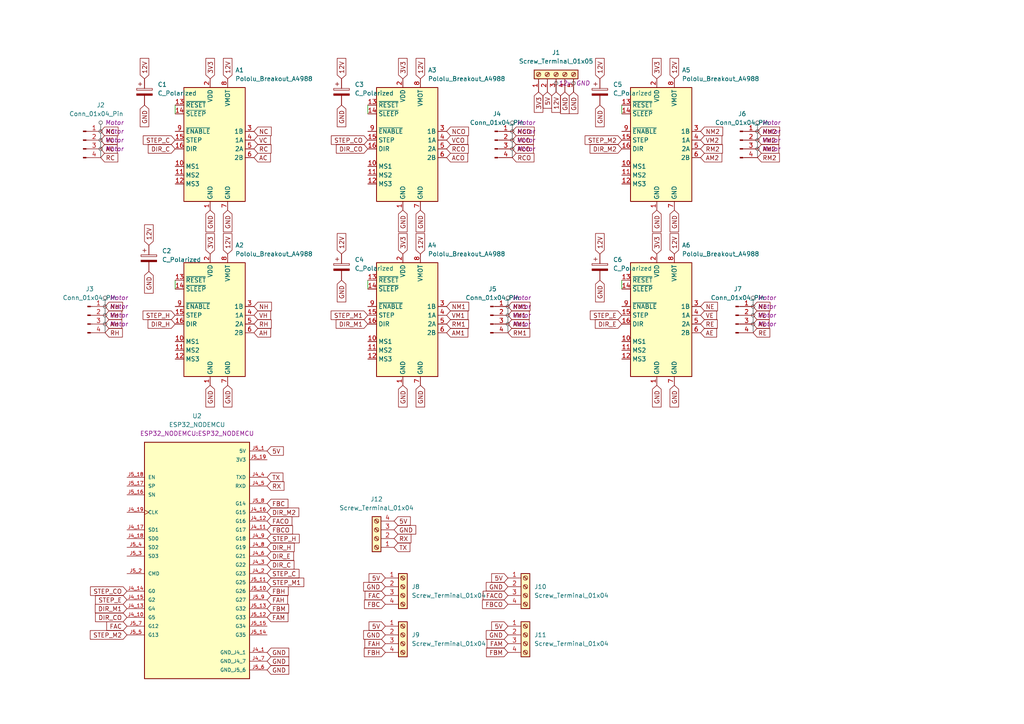
<source format=kicad_sch>
(kicad_sch (version 20230121) (generator eeschema)
  (paper "A4")
  (lib_symbols
    (symbol "Connector:Conn_01x04_Pin" (pin_names (offset 1.016) hide)
      (property "Reference" "J" (at 0 5.08 0))
      (property "Value" "Conn_01x04_Pin" (at 0 -7.62 0))
      (symbol "Conn_01x04_Pin_1_1"
        (polyline (pts (xy 1.27 -5.08) (xy 0.8636 -5.08)) (stroke (width 0.1524)))
        (polyline (pts (xy 1.27 -2.54) (xy 0.8636 -2.54)) (stroke (width 0.1524)))
        (polyline (pts (xy 1.27 0) (xy 0.8636 0)) (stroke (width 0.1524)))
        (polyline (pts (xy 1.27 2.54) (xy 0.8636 2.54)) (stroke (width 0.1524)))
        (rectangle (start 0.8636 -4.953) (end 0 -5.207) (stroke (width 0.1524)) (fill (type outline)))
        (rectangle (start 0.8636 -2.413) (end 0 -2.667) (stroke (width 0.1524)) (fill (type outline)))
        (rectangle (start 0.8636 0.127) (end 0 -0.127) (stroke (width 0.1524)) (fill (type outline)))
        (rectangle (start 0.8636 2.667) (end 0 2.413) (stroke (width 0.1524)) (fill (type outline)))
        (pin passive line (at 5.08 2.54 180) (length 3.81) (name "Pin_1") (number "1"))
        (pin passive line (at 5.08 0 180) (length 3.81) (name "Pin_2") (number "2"))
        (pin passive line (at 5.08 -2.54 180) (length 3.81) (name "Pin_3") (number "3"))
        (pin passive line (at 5.08 -5.08 180) (length 3.81) (name "Pin_4") (number "4"))
      )
    )
    (symbol "Connector:Screw_Terminal_01x04" (pin_names (offset 1.016) hide)
      (property "Reference" "J" (at 0 5.08 0))
      (property "Value" "Screw_Terminal_01x04" (at 0 -7.62 0))
      (symbol "Screw_Terminal_01x04_1_1"
        (rectangle (start -1.27 3.81) (end 1.27 -6.35) (stroke (width 0.254)) (fill (type background)))
        (circle (center 0 -5.08) (radius 0.635) (stroke (width 0.1524)))
        (circle (center 0 -2.54) (radius 0.635) (stroke (width 0.1524)))
        (polyline (pts (xy -0.5334 -4.7498) (xy 0.3302 -5.588)) (stroke (width 0.1524)))
        (polyline (pts (xy -0.5334 -2.2098) (xy 0.3302 -3.048)) (stroke (width 0.1524)))
        (polyline (pts (xy -0.5334 0.3302) (xy 0.3302 -0.508)) (stroke (width 0.1524)))
        (polyline (pts (xy -0.5334 2.8702) (xy 0.3302 2.032)) (stroke (width 0.1524)))
        (polyline (pts (xy -0.3556 -4.572) (xy 0.508 -5.4102)) (stroke (width 0.1524)))
        (polyline (pts (xy -0.3556 -2.032) (xy 0.508 -2.8702)) (stroke (width 0.1524)))
        (polyline (pts (xy -0.3556 0.508) (xy 0.508 -0.3302)) (stroke (width 0.1524)))
        (polyline (pts (xy -0.3556 3.048) (xy 0.508 2.2098)) (stroke (width 0.1524)))
        (circle (center 0 0) (radius 0.635) (stroke (width 0.1524)))
        (circle (center 0 2.54) (radius 0.635) (stroke (width 0.1524)))
        (pin passive line (at -5.08 2.54 0) (length 3.81) (name "Pin_1") (number "1"))
        (pin passive line (at -5.08 0 0) (length 3.81) (name "Pin_2") (number "2"))
        (pin passive line (at -5.08 -2.54 0) (length 3.81) (name "Pin_3") (number "3"))
        (pin passive line (at -5.08 -5.08 0) (length 3.81) (name "Pin_4") (number "4"))
      )
    )
    (symbol "Connector:Screw_Terminal_01x05" (pin_names (offset 1.016) hide)
      (property "Reference" "J" (at 0 7.62 0))
      (property "Value" "Screw_Terminal_01x05" (at 0 -7.62 0))
      (symbol "Screw_Terminal_01x05_1_1"
        (rectangle (start -1.27 6.35) (end 1.27 -6.35) (stroke (width 0.254)) (fill (type background)))
        (circle (center 0 -5.08) (radius 0.635) (stroke (width 0.1524)))
        (circle (center 0 -2.54) (radius 0.635) (stroke (width 0.1524)))
        (polyline (pts (xy -0.5334 -4.7498) (xy 0.3302 -5.588)) (stroke (width 0.1524)))
        (polyline (pts (xy -0.5334 -2.2098) (xy 0.3302 -3.048)) (stroke (width 0.1524)))
        (polyline (pts (xy -0.5334 0.3302) (xy 0.3302 -0.508)) (stroke (width 0.1524)))
        (polyline (pts (xy -0.5334 2.8702) (xy 0.3302 2.032)) (stroke (width 0.1524)))
        (polyline (pts (xy -0.5334 5.4102) (xy 0.3302 4.572)) (stroke (width 0.1524)))
        (polyline (pts (xy -0.3556 -4.572) (xy 0.508 -5.4102)) (stroke (width 0.1524)))
        (polyline (pts (xy -0.3556 -2.032) (xy 0.508 -2.8702)) (stroke (width 0.1524)))
        (polyline (pts (xy -0.3556 0.508) (xy 0.508 -0.3302)) (stroke (width 0.1524)))
        (polyline (pts (xy -0.3556 3.048) (xy 0.508 2.2098)) (stroke (width 0.1524)))
        (polyline (pts (xy -0.3556 5.588) (xy 0.508 4.7498)) (stroke (width 0.1524)))
        (circle (center 0 0) (radius 0.635) (stroke (width 0.1524)))
        (circle (center 0 2.54) (radius 0.635) (stroke (width 0.1524)))
        (circle (center 0 5.08) (radius 0.635) (stroke (width 0.1524)))
        (pin passive line (at -5.08 5.08 0) (length 3.81) (name "Pin_1") (number "1"))
        (pin passive line (at -5.08 2.54 0) (length 3.81) (name "Pin_2") (number "2"))
        (pin passive line (at -5.08 0 0) (length 3.81) (name "Pin_3") (number "3"))
        (pin passive line (at -5.08 -2.54 0) (length 3.81) (name "Pin_4") (number "4"))
        (pin passive line (at -5.08 -5.08 0) (length 3.81) (name "Pin_5") (number "5"))
      )
    )
    (symbol "Device:C_Polarized" (pin_numbers hide) (pin_names (offset 0.254))
      (property "Reference" "C" (at 0.635 2.54 0))
      (property "Value" "C_Polarized" (at 0.635 -2.54 0))
      (symbol "C_Polarized_0_1"
        (rectangle (start -2.286 0.508) (end 2.286 1.016))
        (polyline (pts (xy -1.778 2.286) (xy -0.762 2.286)))
        (polyline (pts (xy -1.27 2.794) (xy -1.27 1.778)))
        (rectangle (start 2.286 -0.508) (end -2.286 -1.016) (fill (type outline)))
      )
      (symbol "C_Polarized_1_1"
        (pin passive line (at 0 3.81 270) (length 2.794) (name "~") (number "1"))
        (pin passive line (at 0 -3.81 90) (length 2.794) (name "~") (number "2"))
      )
    )
    (symbol "Driver_Motor:Pololu_Breakout_A4988"
      (property "Reference" "A" (at -2.54 19.05 0))
      (property "Value" "Pololu_Breakout_A4988" (at -2.54 16.51 0))
      (symbol "Pololu_Breakout_A4988_0_1"
        (rectangle (start 10.16 -17.78) (end -7.62 15.24) (stroke (width 0.254)) (fill (type background)))
      )
      (symbol "Pololu_Breakout_A4988_1_1"
        (pin power_in line (at 0 -20.32 90) (length 2.54) (name "GND") (number "1"))
        (pin input line (at -10.16 -7.62 0) (length 2.54) (name "MS1") (number "10"))
        (pin input line (at -10.16 -10.16 0) (length 2.54) (name "MS2") (number "11"))
        (pin input line (at -10.16 -12.7 0) (length 2.54) (name "MS3") (number "12"))
        (pin input line (at -10.16 10.16 0) (length 2.54) (name "~{RESET}") (number "13"))
        (pin input line (at -10.16 7.62 0) (length 2.54) (name "~{SLEEP}") (number "14"))
        (pin input line (at -10.16 0 0) (length 2.54) (name "STEP") (number "15"))
        (pin input line (at -10.16 -2.54 0) (length 2.54) (name "DIR") (number "16"))
        (pin power_in line (at 0 17.78 270) (length 2.54) (name "VDD") (number "2"))
        (pin output line (at 12.7 2.54 180) (length 2.54) (name "1B") (number "3"))
        (pin output line (at 12.7 0 180) (length 2.54) (name "1A") (number "4"))
        (pin output line (at 12.7 -2.54 180) (length 2.54) (name "2A") (number "5"))
        (pin output line (at 12.7 -5.08 180) (length 2.54) (name "2B") (number "6"))
        (pin power_in line (at 5.08 -20.32 90) (length 2.54) (name "GND") (number "7"))
        (pin power_in line (at 5.08 17.78 270) (length 2.54) (name "VMOT") (number "8"))
        (pin input line (at -10.16 2.54 0) (length 2.54) (name "~{ENABLE}") (number "9"))
      )
    )
    (symbol "ESP32_NODEMCU_1" (pin_names (offset 1.016))
      (property "Reference" "U" (at -15.24 36.322 0))
      (property "Value" "ESP32_NODEMCU" (at -15.24 -35.56 0))
      (property "Footprint" "ESP32_NODEMCU:ESP32_NODEMCU" (at 0 0 0))
      (symbol "ESP32_NODEMCU_1_0_0"
        (rectangle (start -15.24 35.56) (end 15.24 -33.02) (stroke (width 0.254)) (fill (type background)))
        (pin power_in line (at 20.32 -25.4 180) (length 5.08) (name "GND_J4_1") (number "J4_1"))
        (pin bidirectional line (at -20.32 -15.24 0) (length 5.08) (name "G5") (number "J4_10"))
        (pin bidirectional line (at 20.32 10.16 180) (length 5.08) (name "G17") (number "J4_11"))
        (pin bidirectional line (at 20.32 12.7 180) (length 5.08) (name "G16") (number "J4_12"))
        (pin bidirectional line (at -20.32 -12.7 0) (length 5.08) (name "G4") (number "J4_13"))
        (pin bidirectional line (at -20.32 -7.62 0) (length 5.08) (name "G0") (number "J4_14"))
        (pin bidirectional line (at -20.32 -10.16 0) (length 5.08) (name "G2") (number "J4_15"))
        (pin bidirectional line (at 20.32 15.24 180) (length 5.08) (name "G15") (number "J4_16"))
        (pin bidirectional line (at -20.32 10.16 0) (length 5.08) (name "SD1") (number "J4_17"))
        (pin bidirectional line (at -20.32 7.62 0) (length 5.08) (name "SD0") (number "J4_18"))
        (pin input clock (at -20.32 15.24 0) (length 5.08) (name "CLK") (number "J4_19"))
        (pin bidirectional line (at 20.32 -2.54 180) (length 5.08) (name "G23") (number "J4_2"))
        (pin bidirectional line (at 20.32 0 180) (length 5.08) (name "G22") (number "J4_3"))
        (pin output line (at 20.32 25.4 180) (length 5.08) (name "TXD") (number "J4_4"))
        (pin input line (at 20.32 22.86 180) (length 5.08) (name "RXD") (number "J4_5"))
        (pin bidirectional line (at 20.32 2.54 180) (length 5.08) (name "G21") (number "J4_6"))
        (pin power_in line (at 20.32 -27.94 180) (length 5.08) (name "GND_J4_7") (number "J4_7"))
        (pin bidirectional line (at 20.32 5.08 180) (length 5.08) (name "G19") (number "J4_8"))
        (pin bidirectional line (at 20.32 7.62 180) (length 5.08) (name "G18") (number "J4_9"))
        (pin power_in line (at 20.32 33.02 180) (length 5.08) (name "5V") (number "J5_1"))
        (pin bidirectional line (at 20.32 -7.62 180) (length 5.08) (name "G26") (number "J5_10"))
        (pin bidirectional line (at 20.32 -5.08 180) (length 5.08) (name "G25") (number "J5_11"))
        (pin bidirectional line (at 20.32 -15.24 180) (length 5.08) (name "G33") (number "J5_12"))
        (pin bidirectional line (at 20.32 -12.7 180) (length 5.08) (name "G32") (number "J5_13"))
        (pin bidirectional line (at 20.32 -20.32 180) (length 5.08) (name "G35") (number "J5_14"))
        (pin bidirectional line (at 20.32 -17.78 180) (length 5.08) (name "G34") (number "J5_15"))
        (pin input line (at -20.32 20.32 0) (length 5.08) (name "SN") (number "J5_16"))
        (pin input line (at -20.32 22.86 0) (length 5.08) (name "SP") (number "J5_17"))
        (pin input line (at -20.32 25.4 0) (length 5.08) (name "EN") (number "J5_18"))
        (pin power_in line (at 20.32 30.48 180) (length 5.08) (name "3V3") (number "J5_19"))
        (pin bidirectional line (at -20.32 -2.54 0) (length 5.08) (name "CMD") (number "J5_2"))
        (pin bidirectional line (at -20.32 2.54 0) (length 5.08) (name "SD3") (number "J5_3"))
        (pin bidirectional line (at -20.32 5.08 0) (length 5.08) (name "SD2") (number "J5_4"))
        (pin bidirectional line (at -20.32 -20.32 0) (length 5.08) (name "G13") (number "J5_5"))
        (pin power_in line (at 20.32 -30.48 180) (length 5.08) (name "GND_J5_6") (number "J5_6"))
        (pin bidirectional line (at -20.32 -17.78 0) (length 5.08) (name "G12") (number "J5_7"))
        (pin bidirectional line (at 20.32 17.78 180) (length 5.08) (name "G14") (number "J5_8"))
        (pin bidirectional line (at 20.32 -10.16 180) (length 5.08) (name "G27") (number "J5_9"))
      )
    )
  )
  (wire (pts (xy 50.8 30.48) (xy 50.8 33.02)))
  (wire (pts (xy 180.34 30.48) (xy 180.34 33.02)))
  (wire (pts (xy 106.68 30.48) (xy 106.68 33.02)))
  (wire (pts (xy 180.34 81.28) (xy 180.34 83.82)))
  (wire (pts (xy 50.8 81.28) (xy 50.8 83.82)))
  (wire (pts (xy 106.68 81.28) (xy 106.68 83.82)))
  (global_label "DIR_CO" (shape input) (at 106.68 43.18 180) (property "Intersheetrefs" "${INTERSHEET_REFS}" (effects hide)))
  (global_label "12V" (shape input) (at 121.92 22.86 90) (property "Intersheetrefs" "${INTERSHEET_REFS}" (effects hide)))
  (global_label "FAC" (shape input) (at 36.83 181.61 180) (property "Intersheetrefs" "${INTERSHEET_REFS}" (effects hide)))
  (global_label "VH" (shape input) (at 30.48 91.44 0) (property "Intersheetrefs" "${INTERSHEET_REFS}" (effects hide)))
  (global_label "GND" (shape input) (at 147.32 170.18 180) (property "Intersheetrefs" "${INTERSHEET_REFS}" (effects hide)))
  (global_label "3V3" (shape input) (at 190.5 73.66 90) (property "Intersheetrefs" "${INTERSHEET_REFS}" (effects hide)))
  (global_label "NH" (shape input) (at 30.48 88.9 0) (property "Intersheetrefs" "${INTERSHEET_REFS}" (effects hide)))
  (global_label "DIR_C" (shape input) (at 77.47 163.83 0) (property "Intersheetrefs" "${INTERSHEET_REFS}" (effects hide)))
  (global_label "NM2" (shape input) (at 203.2 38.1 0) (property "Intersheetrefs" "${INTERSHEET_REFS}" (effects hide)))
  (global_label "5V" (shape input) (at 158.75 26.67 270) (property "Intersheetrefs" "${INTERSHEET_REFS}" (effects hide)))
  (global_label "NM1" (shape input) (at 129.54 88.9 0) (property "Intersheetrefs" "${INTERSHEET_REFS}" (effects hide)))
  (global_label "DIR_M2" (shape input) (at 180.34 43.18 180) (property "Intersheetrefs" "${INTERSHEET_REFS}" (effects hide)))
  (global_label "FBM" (shape input) (at 77.47 176.53 0) (property "Intersheetrefs" "${INTERSHEET_REFS}" (effects hide)))
  (global_label "VCO" (shape input) (at 148.59 40.64 0) (property "Intersheetrefs" "${INTERSHEET_REFS}" (effects hide)))
  (global_label "3V3" (shape input) (at 60.96 73.66 90) (property "Intersheetrefs" "${INTERSHEET_REFS}" (effects hide)))
  (global_label "3V3" (shape input) (at 156.21 26.67 270) (property "Intersheetrefs" "${INTERSHEET_REFS}" (effects hide)))
  (global_label "FAH" (shape input) (at 111.76 186.69 180) (property "Intersheetrefs" "${INTERSHEET_REFS}" (effects hide)))
  (global_label "12V" (shape input) (at 121.92 73.66 90) (property "Intersheetrefs" "${INTERSHEET_REFS}" (effects hide)))
  (global_label "12V" (shape input) (at 161.29 26.67 270) (property "Intersheetrefs" "${INTERSHEET_REFS}" (effects hide)))
  (global_label "FBCO" (shape input) (at 77.47 153.67 0) (property "Intersheetrefs" "${INTERSHEET_REFS}" (effects hide)))
  (global_label "GND" (shape input) (at 116.84 60.96 270) (property "Intersheetrefs" "${INTERSHEET_REFS}" (effects hide)))
  (global_label "NH" (shape input) (at 73.66 88.9 0) (property "Intersheetrefs" "${INTERSHEET_REFS}" (effects hide)))
  (global_label "RX" (shape input) (at 77.47 140.97 0) (property "Intersheetrefs" "${INTERSHEET_REFS}" (effects hide)))
  (global_label "5V" (shape input) (at 77.47 130.81 0) (property "Intersheetrefs" "${INTERSHEET_REFS}" (effects hide)))
  (global_label "GND" (shape input) (at 77.47 189.23 0) (property "Intersheetrefs" "${INTERSHEET_REFS}" (effects hide)))
  (global_label "12V" (shape input) (at 66.04 73.66 90) (property "Intersheetrefs" "${INTERSHEET_REFS}" (effects hide)))
  (global_label "STEP_CO" (shape input) (at 106.68 40.64 180) (property "Intersheetrefs" "${INTERSHEET_REFS}" (effects hide)))
  (global_label "STEP_M1" (shape input) (at 77.47 168.91 0) (property "Intersheetrefs" "${INTERSHEET_REFS}" (effects hide)))
  (global_label "VC" (shape input) (at 73.66 40.64 0) (property "Intersheetrefs" "${INTERSHEET_REFS}" (effects hide)))
  (global_label "FACO" (shape input) (at 147.32 172.72 180) (property "Intersheetrefs" "${INTERSHEET_REFS}" (effects hide)))
  (global_label "GND" (shape input) (at 121.92 60.96 270) (property "Intersheetrefs" "${INTERSHEET_REFS}" (effects hide)))
  (global_label "VCO" (shape input) (at 129.54 40.64 0) (property "Intersheetrefs" "${INTERSHEET_REFS}" (effects hide)))
  (global_label "12V" (shape input) (at 99.06 73.66 90) (property "Intersheetrefs" "${INTERSHEET_REFS}" (effects hide)))
  (global_label "STEP_M1" (shape input) (at 106.68 91.44 180) (property "Intersheetrefs" "${INTERSHEET_REFS}" (effects hide)))
  (global_label "AH" (shape input) (at 30.48 93.98 0) (property "Intersheetrefs" "${INTERSHEET_REFS}" (effects hide)))
  (global_label "RCO" (shape input) (at 129.54 43.18 0) (property "Intersheetrefs" "${INTERSHEET_REFS}" (effects hide)))
  (global_label "GND" (shape input) (at 60.96 111.76 270) (property "Intersheetrefs" "${INTERSHEET_REFS}" (effects hide)))
  (global_label "3V3" (shape input) (at 190.5 22.86 90) (property "Intersheetrefs" "${INTERSHEET_REFS}" (effects hide)))
  (global_label "GND" (shape input) (at 121.92 111.76 270) (property "Intersheetrefs" "${INTERSHEET_REFS}" (effects hide)))
  (global_label "FBCO" (shape input) (at 147.32 175.26 180) (property "Intersheetrefs" "${INTERSHEET_REFS}" (effects hide)))
  (global_label "12V" (shape input) (at 99.06 22.86 90) (property "Intersheetrefs" "${INTERSHEET_REFS}" (effects hide)))
  (global_label "STEP_E" (shape input) (at 180.34 91.44 180) (property "Intersheetrefs" "${INTERSHEET_REFS}" (effects hide)))
  (global_label "VH" (shape input) (at 73.66 91.44 0) (property "Intersheetrefs" "${INTERSHEET_REFS}" (effects hide)))
  (global_label "FACO" (shape input) (at 77.47 151.13 0) (property "Intersheetrefs" "${INTERSHEET_REFS}" (effects hide)))
  (global_label "GND" (shape input) (at 77.47 191.77 0) (property "Intersheetrefs" "${INTERSHEET_REFS}" (effects hide)))
  (global_label "GND" (shape input) (at 163.83 26.67 270) (property "Intersheetrefs" "${INTERSHEET_REFS}" (effects hide)))
  (global_label "FBC" (shape input) (at 77.47 146.05 0) (property "Intersheetrefs" "${INTERSHEET_REFS}" (effects hide)))
  (global_label "3V3" (shape input) (at 60.96 22.86 90) (property "Intersheetrefs" "${INTERSHEET_REFS}" (effects hide)))
  (global_label "12V" (shape input) (at 43.18 71.12 90) (property "Intersheetrefs" "${INTERSHEET_REFS}" (effects hide)))
  (global_label "GND" (shape input) (at 66.04 60.96 270) (property "Intersheetrefs" "${INTERSHEET_REFS}" (effects hide)))
  (global_label "NM1" (shape input) (at 147.32 88.9 0) (property "Intersheetrefs" "${INTERSHEET_REFS}" (effects hide)))
  (global_label "GND" (shape input) (at 41.91 30.48 270) (property "Intersheetrefs" "${INTERSHEET_REFS}" (effects hide)))
  (global_label "STEP_H" (shape input) (at 50.8 91.44 180) (property "Intersheetrefs" "${INTERSHEET_REFS}" (effects hide)))
  (global_label "DIR_E" (shape input) (at 180.34 93.98 180) (property "Intersheetrefs" "${INTERSHEET_REFS}" (effects hide)))
  (global_label "VM2" (shape input) (at 203.2 40.64 0) (property "Intersheetrefs" "${INTERSHEET_REFS}" (effects hide)))
  (global_label "AC" (shape input) (at 73.66 45.72 0) (property "Intersheetrefs" "${INTERSHEET_REFS}" (effects hide)))
  (global_label "TX" (shape input) (at 77.47 138.43 0) (property "Intersheetrefs" "${INTERSHEET_REFS}" (effects hide)))
  (global_label "NC" (shape input) (at 73.66 38.1 0) (property "Intersheetrefs" "${INTERSHEET_REFS}" (effects hide)))
  (global_label "5V" (shape input) (at 147.32 181.61 180) (property "Intersheetrefs" "${INTERSHEET_REFS}" (effects hide)))
  (global_label "3V3" (shape input) (at 116.84 22.86 90) (property "Intersheetrefs" "${INTERSHEET_REFS}" (effects hide)))
  (global_label "RE" (shape input) (at 203.2 93.98 0) (property "Intersheetrefs" "${INTERSHEET_REFS}" (effects hide)))
  (global_label "VM1" (shape input) (at 129.54 91.44 0) (property "Intersheetrefs" "${INTERSHEET_REFS}" (effects hide)))
  (global_label "12V" (shape input) (at 41.91 22.86 90) (property "Intersheetrefs" "${INTERSHEET_REFS}" (effects hide)))
  (global_label "DIR_H" (shape input) (at 77.47 158.75 0) (property "Intersheetrefs" "${INTERSHEET_REFS}" (effects hide)))
  (global_label "12V" (shape input) (at 173.99 22.86 90) (property "Intersheetrefs" "${INTERSHEET_REFS}" (effects hide)))
  (global_label "GND" (shape input) (at 166.37 26.67 270) (property "Intersheetrefs" "${INTERSHEET_REFS}" (effects hide)))
  (global_label "12V" (shape input) (at 195.58 73.66 90) (property "Intersheetrefs" "${INTERSHEET_REFS}" (effects hide)))
  (global_label "AM1" (shape input) (at 129.54 96.52 0) (property "Intersheetrefs" "${INTERSHEET_REFS}" (effects hide)))
  (global_label "VM1" (shape input) (at 147.32 91.44 0) (property "Intersheetrefs" "${INTERSHEET_REFS}" (effects hide)))
  (global_label "RC" (shape input) (at 73.66 43.18 0) (property "Intersheetrefs" "${INTERSHEET_REFS}" (effects hide)))
  (global_label "STEP_H" (shape input) (at 77.47 156.21 0) (property "Intersheetrefs" "${INTERSHEET_REFS}" (effects hide)))
  (global_label "RCO" (shape input) (at 148.59 45.72 0) (property "Intersheetrefs" "${INTERSHEET_REFS}" (effects hide)))
  (global_label "GND" (shape input) (at 99.06 30.48 270) (property "Intersheetrefs" "${INTERSHEET_REFS}" (effects hide)))
  (global_label "VE" (shape input) (at 203.2 91.44 0) (property "Intersheetrefs" "${INTERSHEET_REFS}" (effects hide)))
  (global_label "GND" (shape input) (at 190.5 60.96 270) (property "Intersheetrefs" "${INTERSHEET_REFS}" (effects hide)))
  (global_label "ACO" (shape input) (at 148.59 43.18 0) (property "Intersheetrefs" "${INTERSHEET_REFS}" (effects hide)))
  (global_label "NM2" (shape input) (at 219.71 38.1 0) (property "Intersheetrefs" "${INTERSHEET_REFS}" (effects hide)))
  (global_label "NCO" (shape input) (at 129.54 38.1 0) (property "Intersheetrefs" "${INTERSHEET_REFS}" (effects hide)))
  (global_label "NE" (shape input) (at 203.2 88.9 0) (property "Intersheetrefs" "${INTERSHEET_REFS}" (effects hide)))
  (global_label "GND" (shape input) (at 195.58 111.76 270) (property "Intersheetrefs" "${INTERSHEET_REFS}" (effects hide)))
  (global_label "STEP_M2" (shape input) (at 180.34 40.64 180) (property "Intersheetrefs" "${INTERSHEET_REFS}" (effects hide)))
  (global_label "AM2" (shape input) (at 219.71 43.18 0) (property "Intersheetrefs" "${INTERSHEET_REFS}" (effects hide)))
  (global_label "DIR_M1" (shape input) (at 36.83 176.53 180) (property "Intersheetrefs" "${INTERSHEET_REFS}" (effects hide)))
  (global_label "5V" (shape input) (at 111.76 181.61 180) (property "Intersheetrefs" "${INTERSHEET_REFS}" (effects hide)))
  (global_label "FAM" (shape input) (at 147.32 186.69 180) (property "Intersheetrefs" "${INTERSHEET_REFS}" (effects hide)))
  (global_label "VM2" (shape input) (at 219.71 40.64 0) (property "Intersheetrefs" "${INTERSHEET_REFS}" (effects hide)))
  (global_label "AH" (shape input) (at 73.66 96.52 0) (property "Intersheetrefs" "${INTERSHEET_REFS}" (effects hide)))
  (global_label "STEP_E" (shape input) (at 36.83 173.99 180) (property "Intersheetrefs" "${INTERSHEET_REFS}" (effects hide)))
  (global_label "RM1" (shape input) (at 147.32 96.52 0) (property "Intersheetrefs" "${INTERSHEET_REFS}" (effects hide)))
  (global_label "GND" (shape input) (at 111.76 170.18 180) (property "Intersheetrefs" "${INTERSHEET_REFS}" (effects hide)))
  (global_label "GND" (shape input) (at 111.76 184.15 180) (property "Intersheetrefs" "${INTERSHEET_REFS}" (effects hide)))
  (global_label "RM1" (shape input) (at 129.54 93.98 0) (property "Intersheetrefs" "${INTERSHEET_REFS}" (effects hide)))
  (global_label "12V" (shape input) (at 195.58 22.86 90) (property "Intersheetrefs" "${INTERSHEET_REFS}" (effects hide)))
  (global_label "STEP_M2" (shape input) (at 36.83 184.15 180) (property "Intersheetrefs" "${INTERSHEET_REFS}" (effects hide)))
  (global_label "DIR_H" (shape input) (at 50.8 93.98 180) (property "Intersheetrefs" "${INTERSHEET_REFS}" (effects hide)))
  (global_label "AM1" (shape input) (at 147.32 93.98 0) (property "Intersheetrefs" "${INTERSHEET_REFS}" (effects hide)))
  (global_label "STEP_CO" (shape input) (at 36.83 171.45 180) (property "Intersheetrefs" "${INTERSHEET_REFS}" (effects hide)))
  (global_label "NCO" (shape input) (at 148.59 38.1 0) (property "Intersheetrefs" "${INTERSHEET_REFS}" (effects hide)))
  (global_label "GND" (shape input) (at 195.58 60.96 270) (property "Intersheetrefs" "${INTERSHEET_REFS}" (effects hide)))
  (global_label "NC" (shape input) (at 29.21 38.1 0) (property "Intersheetrefs" "${INTERSHEET_REFS}" (effects hide)))
  (global_label "FBH" (shape input) (at 111.76 189.23 180) (property "Intersheetrefs" "${INTERSHEET_REFS}" (effects hide)))
  (global_label "RH" (shape input) (at 73.66 93.98 0) (property "Intersheetrefs" "${INTERSHEET_REFS}" (effects hide)))
  (global_label "RE" (shape input) (at 218.44 96.52 0) (property "Intersheetrefs" "${INTERSHEET_REFS}" (effects hide)))
  (global_label "DIR_E" (shape input) (at 77.47 161.29 0) (property "Intersheetrefs" "${INTERSHEET_REFS}" (effects hide)))
  (global_label "RM2" (shape input) (at 203.2 43.18 0) (property "Intersheetrefs" "${INTERSHEET_REFS}" (effects hide)))
  (global_label "GND" (shape input) (at 66.04 111.76 270) (property "Intersheetrefs" "${INTERSHEET_REFS}" (effects hide)))
  (global_label "12V" (shape input) (at 66.04 22.86 90) (property "Intersheetrefs" "${INTERSHEET_REFS}" (effects hide)))
  (global_label "12V" (shape input) (at 173.99 73.66 90) (property "Intersheetrefs" "${INTERSHEET_REFS}" (effects hide)))
  (global_label "RX" (shape input) (at 114.3 156.21 0) (property "Intersheetrefs" "${INTERSHEET_REFS}" (effects hide)))
  (global_label "AE" (shape input) (at 203.2 96.52 0) (property "Intersheetrefs" "${INTERSHEET_REFS}" (effects hide)))
  (global_label "AM2" (shape input) (at 203.2 45.72 0) (property "Intersheetrefs" "${INTERSHEET_REFS}" (effects hide)))
  (global_label "RH" (shape input) (at 30.48 96.52 0) (property "Intersheetrefs" "${INTERSHEET_REFS}" (effects hide)))
  (global_label "DIR_M2" (shape input) (at 77.47 148.59 0) (property "Intersheetrefs" "${INTERSHEET_REFS}" (effects hide)))
  (global_label "GND" (shape input) (at 77.47 194.31 0) (property "Intersheetrefs" "${INTERSHEET_REFS}" (effects hide)))
  (global_label "FBC" (shape input) (at 111.76 175.26 180) (property "Intersheetrefs" "${INTERSHEET_REFS}" (effects hide)))
  (global_label "STEP_C" (shape input) (at 50.8 40.64 180) (property "Intersheetrefs" "${INTERSHEET_REFS}" (effects hide)))
  (global_label "AE" (shape input) (at 218.44 93.98 0) (property "Intersheetrefs" "${INTERSHEET_REFS}" (effects hide)))
  (global_label "FAH" (shape input) (at 77.47 173.99 0) (property "Intersheetrefs" "${INTERSHEET_REFS}" (effects hide)))
  (global_label "GND" (shape input) (at 173.99 81.28 270) (property "Intersheetrefs" "${INTERSHEET_REFS}" (effects hide)))
  (global_label "5V" (shape input) (at 111.76 167.64 180) (property "Intersheetrefs" "${INTERSHEET_REFS}" (effects hide)))
  (global_label "3V3" (shape input) (at 116.84 73.66 90) (property "Intersheetrefs" "${INTERSHEET_REFS}" (effects hide)))
  (global_label "GND" (shape input) (at 190.5 111.76 270) (property "Intersheetrefs" "${INTERSHEET_REFS}" (effects hide)))
  (global_label "DIR_CO" (shape input) (at 36.83 179.07 180) (property "Intersheetrefs" "${INTERSHEET_REFS}" (effects hide)))
  (global_label "VC" (shape input) (at 29.21 40.64 0) (property "Intersheetrefs" "${INTERSHEET_REFS}" (effects hide)))
  (global_label "AC" (shape input) (at 29.21 43.18 0) (property "Intersheetrefs" "${INTERSHEET_REFS}" (effects hide)))
  (global_label "ACO" (shape input) (at 129.54 45.72 0) (property "Intersheetrefs" "${INTERSHEET_REFS}" (effects hide)))
  (global_label "FBM" (shape input) (at 147.32 189.23 180) (property "Intersheetrefs" "${INTERSHEET_REFS}" (effects hide)))
  (global_label "NE" (shape input) (at 218.44 88.9 0) (property "Intersheetrefs" "${INTERSHEET_REFS}" (effects hide)))
  (global_label "GND" (shape input) (at 60.96 60.96 270) (property "Intersheetrefs" "${INTERSHEET_REFS}" (effects hide)))
  (global_label "RM2" (shape input) (at 219.71 45.72 0) (property "Intersheetrefs" "${INTERSHEET_REFS}" (effects hide)))
  (global_label "FBH" (shape input) (at 77.47 171.45 0) (property "Intersheetrefs" "${INTERSHEET_REFS}" (effects hide)))
  (global_label "STEP_C" (shape input) (at 77.47 166.37 0) (property "Intersheetrefs" "${INTERSHEET_REFS}" (effects hide)))
  (global_label "GND" (shape input) (at 173.99 30.48 270) (property "Intersheetrefs" "${INTERSHEET_REFS}" (effects hide)))
  (global_label "TX" (shape input) (at 114.3 158.75 0) (property "Intersheetrefs" "${INTERSHEET_REFS}" (effects hide)))
  (global_label "FAM" (shape input) (at 77.47 179.07 0) (property "Intersheetrefs" "${INTERSHEET_REFS}" (effects hide)))
  (global_label "DIR_M1" (shape input) (at 106.68 93.98 180) (property "Intersheetrefs" "${INTERSHEET_REFS}" (effects hide)))
  (global_label "DIR_C" (shape input) (at 50.8 43.18 180) (property "Intersheetrefs" "${INTERSHEET_REFS}" (effects hide)))
  (global_label "VE" (shape input) (at 218.44 91.44 0) (property "Intersheetrefs" "${INTERSHEET_REFS}" (effects hide)))
  (global_label "GND" (shape input) (at 116.84 111.76 270) (property "Intersheetrefs" "${INTERSHEET_REFS}" (effects hide)))
  (global_label "5V" (shape input) (at 147.32 167.64 180) (property "Intersheetrefs" "${INTERSHEET_REFS}" (effects hide)))
  (global_label "GND" (shape input) (at 99.06 81.28 270) (property "Intersheetrefs" "${INTERSHEET_REFS}" (effects hide)))
  (global_label "GND" (shape input) (at 147.32 184.15 180) (property "Intersheetrefs" "${INTERSHEET_REFS}" (effects hide)))
  (global_label "FAC" (shape input) (at 111.76 172.72 180) (property "Intersheetrefs" "${INTERSHEET_REFS}" (effects hide)))
  (global_label "5V" (shape input) (at 114.3 151.13 0) (property "Intersheetrefs" "${INTERSHEET_REFS}" (effects hide)))
  (global_label "RC" (shape input) (at 29.21 45.72 0) (property "Intersheetrefs" "${INTERSHEET_REFS}" (effects hide)))
  (global_label "GND" (shape input) (at 43.18 78.74 270) (property "Intersheetrefs" "${INTERSHEET_REFS}" (effects hide)))
  (global_label "GND" (shape input) (at 114.3 153.67 0) (property "Intersheetrefs" "${INTERSHEET_REFS}" (effects hide)))
  (netclass_flag "" (length 2.54) (shape round) (at 219.71 40.64 0) (property "Netclass" "Motor" (at 220.98 38.1 0) (effects (font italic) (justify left))))
  (netclass_flag "" (length 2.54) (shape round) (at 148.59 45.72 0) (property "Netclass" "Motor" (at 149.86 43.18 0) (effects (font italic) (justify left))))
  (netclass_flag "" (length 2.54) (shape round) (at 29.21 40.64 0) (property "Netclass" "Motor" (at 30.48 38.1 0) (effects (font italic) (justify left))))
  (netclass_flag "" (length 2.54) (shape round) (at 30.48 93.98 0) (property "Netclass" "Motor" (at 31.75 91.44 0) (effects (font italic) (justify left))))
  (netclass_flag "" (length 2.54) (shape round) (at 219.71 38.1 0) (property "Netclass" "Motor" (at 220.98 35.56 0) (effects (font italic) (justify left))))
  (netclass_flag "" (length 2.54) (shape round) (at 29.21 38.1 0) (property "Netclass" "Motor" (at 30.48 35.56 0) (effects (font italic) (justify left))))
  (netclass_flag "" (length 2.54) (shape round) (at 218.44 91.44 0) (property "Netclass" "Motor" (at 219.71 88.9 0) (effects (font italic) (justify left))))
  (netclass_flag "" (length 2.54) (shape round) (at 148.59 38.1 0) (property "Netclass" "Motor" (at 149.86 35.56 0) (effects (font italic) (justify left))))
  (netclass_flag "" (length 2.54) (shape round) (at 218.44 88.9 0) (property "Netclass" "Motor" (at 219.71 86.36 0) (effects (font italic) (justify left))))
  (netclass_flag "" (length 2.54) (shape round) (at 30.48 88.9 0) (property "Netclass" "Motor" (at 31.75 86.36 0) (effects (font italic) (justify left))))
  (netclass_flag "" (length 2.54) (shape round) (at 30.48 96.52 0) (property "Netclass" "Motor" (at 31.75 93.98 0) (effects (font italic) (justify left))))
  (netclass_flag "" (length 2.54) (shape round) (at 219.71 45.72 0) (property "Netclass" "Motor" (at 220.98 43.18 0) (effects (font italic) (justify left))))
  (netclass_flag "" (length 2.54) (shape round) (at 219.71 43.18 0) (property "Netclass" "Motor" (at 220.98 40.64 0) (effects (font italic) (justify left))))
  (netclass_flag "" (length 2.54) (shape round) (at 161.29 26.67 0) (property "Netclass" "12v" (at 161.9885 24.13 0) (effects (font italic) (justify left))))
  (netclass_flag "" (length 2.54) (shape round) (at 147.32 96.52 0) (property "Netclass" "Motor" (at 148.59 93.98 0) (effects (font italic) (justify left))))
  (netclass_flag "" (length 2.54) (shape round) (at 147.32 93.98 0) (property "Netclass" "Motor" (at 148.59 91.44 0) (effects (font italic) (justify left))))
  (netclass_flag "" (length 2.54) (shape round) (at 148.59 43.18 0) (property "Netclass" "Motor" (at 149.86 40.64 0) (effects (font italic) (justify left))))
  (netclass_flag "" (length 2.54) (shape round) (at 166.37 26.67 0) (property "Netclass" "GND" (at 167.0685 24.13 0) (effects (font italic) (justify left))))
  (netclass_flag "" (length 2.54) (shape round) (at 29.21 45.72 0) (property "Netclass" "Motor" (at 30.48 43.18 0) (effects (font italic) (justify left))))
  (netclass_flag "" (length 2.54) (shape round) (at 29.21 43.18 0) (property "Netclass" "Motor" (at 30.48 40.64 0) (effects (font italic) (justify left))))
  (netclass_flag "" (length 2.54) (shape round) (at 147.32 88.9 0) (property "Netclass" "Motor" (at 148.59 86.36 0) (effects (font italic) (justify left))))
  (netclass_flag "" (length 2.54) (shape round) (at 148.59 40.64 0) (property "Netclass" "Motor" (at 149.86 38.1 0) (effects (font italic) (justify left))))
  (netclass_flag "" (length 2.54) (shape round) (at 30.48 91.44 0) (property "Netclass" "Motor" (at 31.75 88.9 0) (effects (font italic) (justify left))))
  (netclass_flag "" (length 2.54) (shape round) (at 218.44 93.98 0) (property "Netclass" "Motor" (at 219.71 91.44 0) (effects (font italic) (justify left))))
  (netclass_flag "" (length 2.54) (shape round) (at 147.32 91.44 0) (property "Netclass" "Motor" (at 148.59 88.9 0) (effects (font italic) (justify left))))
  (netclass_flag "" (length 2.54) (shape round) (at 218.44 96.52 0) (property "Netclass" "Motor" (at 219.71 93.98 0) (effects (font italic) (justify left))))
  (symbol (lib_id "Connector:Screw_Terminal_01x04") (at 109.22 156.21 180) (unit 1)
    (property "Reference" "J12" (at 109.22 144.78 0))
    (property "Value" "Screw_Terminal_01x04" (at 109.22 147.32 0))
    (property "Footprint" "TerminalBlock_Phoenix:TerminalBlock_Phoenix_MKDS-1,5-4-5.08_1x04_P5.08mm_Horizontal" (effects hide))
  )
  (symbol (lib_id "Device:C_Polarized") (at 43.18 74.93 0) (unit 1)
    (property "Reference" "C2" (at 46.99 72.771 0) (effects (justify left)))
    (property "Value" "C_Polarized" (at 46.99 75.311 0) (effects (justify left)))
    (property "Footprint" "Capacitor_THT:CP_Radial_D6.3mm_P2.50mm" (effects hide))
  )
  (symbol (lib_id "Device:C_Polarized") (at 41.91 26.67 0) (unit 1)
    (property "Reference" "C1" (at 45.72 24.511 0) (effects (justify left)))
    (property "Value" "C_Polarized" (at 45.72 27.051 0) (effects (justify left)))
    (property "Footprint" "Capacitor_THT:CP_Radial_D6.3mm_P2.50mm" (effects hide))
  )
  (symbol (lib_id "Connector:Conn_01x04_Pin") (at 25.4 91.44 0) (unit 1)
    (property "Reference" "J3" (at 26.035 83.82 0))
    (property "Value" "Conn_01x04_Pin" (at 26.035 86.36 0))
    (property "Footprint" "Connector_PinHeader_2.54mm:PinHeader_1x04_P2.54mm_Horizontal" (effects hide))
  )
  (symbol (lib_id "Driver_Motor:Pololu_Breakout_A4988") (at 190.5 91.44 0) (unit 1)
    (property "Reference" "A6" (at 197.7741 71.12 0) (effects (justify left)))
    (property "Value" "Pololu_Breakout_A4988" (at 197.7741 73.66 0) (effects (justify left)))
    (property "Footprint" "Module:Pololu_Breakout-16_15.2x20.3mm" (effects hide))
    (property "Datasheet" "https://www.pololu.com/product/2980/pictures" (effects hide))
  )
  (symbol (lib_id "Connector:Screw_Terminal_01x04") (at 152.4 184.15 0) (unit 1)
    (property "Reference" "J11" (at 154.94 184.15 0) (effects (justify left)))
    (property "Value" "Screw_Terminal_01x04" (at 154.94 186.69 0) (effects (justify left)))
    (property "Footprint" "TerminalBlock_Phoenix:TerminalBlock_Phoenix_MKDS-1,5-4-5.08_1x04_P5.08mm_Horizontal" (effects hide))
  )
  (symbol (lib_id "Driver_Motor:Pololu_Breakout_A4988") (at 60.96 40.64 0) (unit 1)
    (property "Reference" "A1" (at 68.2341 20.32 0) (effects (justify left)))
    (property "Value" "Pololu_Breakout_A4988" (at 68.2341 22.86 0) (effects (justify left)))
    (property "Footprint" "Module:Pololu_Breakout-16_15.2x20.3mm" (effects hide))
    (property "Datasheet" "https://www.pololu.com/product/2980/pictures" (effects hide))
  )
  (symbol (lib_id "Connector:Conn_01x04_Pin") (at 143.51 40.64 0) (unit 1)
    (property "Reference" "J4" (at 144.145 33.02 0))
    (property "Value" "Conn_01x04_Pin" (at 144.145 35.56 0))
    (property "Footprint" "Connector_PinHeader_2.54mm:PinHeader_1x04_P2.54mm_Horizontal" (effects hide))
  )
  (symbol (lib_id "Driver_Motor:Pololu_Breakout_A4988") (at 60.96 91.44 0) (unit 1)
    (property "Reference" "A2" (at 68.2341 71.12 0) (effects (justify left)))
    (property "Value" "Pololu_Breakout_A4988" (at 68.2341 73.66 0) (effects (justify left)))
    (property "Footprint" "Module:Pololu_Breakout-16_15.2x20.3mm" (effects hide))
    (property "Datasheet" "https://www.pololu.com/product/2980/pictures" (effects hide))
  )
  (symbol (lib_name "ESP32_NODEMCU_1") (lib_id "ESP32_NODEMCU:ESP32_NODEMCU") (at 57.15 163.83 0) (unit 1)
    (property "Reference" "U2" (at 57.15 120.65 0))
    (property "Value" "ESP32_NODEMCU" (at 57.15 123.19 0))
    (property "Footprint" "ESP32_NODEMCU:ESP32_NODEMCU" (at 57.15 125.73 0))
    (property "MF" "AZ Delivery" (effects hide))
    (property "MAXIMUM_PACKAGE_HEIGHT" "6.6 mm" (effects hide))
    (property "Package" "Package" (effects hide))
    (property "Price" "None" (effects hide))
    (property "Check_prices" "https://www.snapeda.com/parts/ESP32%20NODEMCU/AZ-Delivery/view-part/?ref=eda" (effects hide))
    (property "STANDARD" "Manufacturer Recommendations" (effects hide))
    (property "SnapEDA_Link" "https://www.snapeda.com/parts/ESP32%20NODEMCU/AZ-Delivery/view-part/?ref=snap" (effects hide))
    (property "MP" "ESP32 NODEMCU" (effects hide))
    (property "Description" "\nNodeMCU is an open source loT platform. ESP32 is a series of low cost, low power\nsystem-on-chip (SoC) microcontrollers with integrated Wi-Fi & dual-mode Bluetooth.\n" (effects hide))
    (property "Availability" "Not in stock" (effects hide))
    (property "MANUFACTURER" "Espressif Systems" (effects hide))
  )
  (symbol (lib_id "Connector:Conn_01x04_Pin") (at 142.24 91.44 0) (unit 1)
    (property "Reference" "J5" (at 142.875 83.82 0))
    (property "Value" "Conn_01x04_Pin" (at 142.875 86.36 0))
    (property "Footprint" "Connector_PinHeader_2.54mm:PinHeader_1x04_P2.54mm_Horizontal" (effects hide))
  )
  (symbol (lib_id "Device:C_Polarized") (at 99.06 77.47 0) (unit 1)
    (property "Reference" "C4" (at 102.87 75.311 0) (effects (justify left)))
    (property "Value" "C_Polarized" (at 102.87 77.851 0) (effects (justify left)))
    (property "Footprint" "Capacitor_THT:CP_Radial_D6.3mm_P2.50mm" (effects hide))
  )
  (symbol (lib_id "Connector:Screw_Terminal_01x04") (at 116.84 184.15 0) (unit 1)
    (property "Reference" "J9" (at 119.38 184.15 0) (effects (justify left)))
    (property "Value" "Screw_Terminal_01x04" (at 119.38 186.69 0) (effects (justify left)))
    (property "Footprint" "TerminalBlock_Phoenix:TerminalBlock_Phoenix_MKDS-1,5-4-5.08_1x04_P5.08mm_Horizontal" (effects hide))
  )
  (symbol (lib_id "Device:C_Polarized") (at 173.99 77.47 0) (unit 1)
    (property "Reference" "C6" (at 177.8 75.311 0) (effects (justify left)))
    (property "Value" "C_Polarized" (at 177.8 77.851 0) (effects (justify left)))
    (property "Footprint" "Capacitor_THT:CP_Radial_D6.3mm_P2.50mm" (effects hide))
  )
  (symbol (lib_id "Connector:Screw_Terminal_01x04") (at 152.4 170.18 0) (unit 1)
    (property "Reference" "J10" (at 154.94 170.18 0) (effects (justify left)))
    (property "Value" "Screw_Terminal_01x04" (at 154.94 172.72 0) (effects (justify left)))
    (property "Footprint" "TerminalBlock_Phoenix:TerminalBlock_Phoenix_MKDS-1,5-4-5.08_1x04_P5.08mm_Horizontal" (effects hide))
  )
  (symbol (lib_id "Driver_Motor:Pololu_Breakout_A4988") (at 190.5 40.64 0) (unit 1)
    (property "Reference" "A5" (at 197.7741 20.32 0) (effects (justify left)))
    (property "Value" "Pololu_Breakout_A4988" (at 197.7741 22.86 0) (effects (justify left)))
    (property "Footprint" "Module:Pololu_Breakout-16_15.2x20.3mm" (effects hide))
    (property "Datasheet" "https://www.pololu.com/product/2980/pictures" (effects hide))
  )
  (symbol (lib_id "Connector:Screw_Terminal_01x05") (at 161.29 21.59 90) (unit 1)
    (property "Reference" "J1" (at 161.29 15.24 90))
    (property "Value" "Screw_Terminal_01x05" (at 161.29 17.78 90))
    (property "Footprint" "TerminalBlock_Phoenix:TerminalBlock_Phoenix_MKDS-1,5-5-5.08_1x05_P5.08mm_Horizontal" (effects hide))
  )
  (symbol (lib_id "Connector:Conn_01x04_Pin") (at 24.13 40.64 0) (unit 1)
    (property "Reference" "J2" (at 29.21 30.48 0))
    (property "Value" "Conn_01x04_Pin" (at 27.94 33.02 0))
    (property "Footprint" "Connector_PinHeader_2.54mm:PinHeader_1x04_P2.54mm_Horizontal" (effects hide))
  )
  (symbol (lib_id "Driver_Motor:Pololu_Breakout_A4988") (at 116.84 40.64 0) (unit 1)
    (property "Reference" "A3" (at 124.1141 20.32 0) (effects (justify left)))
    (property "Value" "Pololu_Breakout_A4988" (at 124.1141 22.86 0) (effects (justify left)))
    (property "Footprint" "Module:Pololu_Breakout-16_15.2x20.3mm" (effects hide))
    (property "Datasheet" "https://www.pololu.com/product/2980/pictures" (effects hide))
  )
  (symbol (lib_id "Device:C_Polarized") (at 99.06 26.67 0) (unit 1)
    (property "Reference" "C3" (at 102.87 24.511 0) (effects (justify left)))
    (property "Value" "C_Polarized" (at 102.87 27.051 0) (effects (justify left)))
    (property "Footprint" "Capacitor_THT:CP_Radial_D6.3mm_P2.50mm" (effects hide))
  )
  (symbol (lib_id "Connector:Conn_01x04_Pin") (at 213.36 91.44 0) (unit 1)
    (property "Reference" "J7" (at 213.995 83.82 0))
    (property "Value" "Conn_01x04_Pin" (at 213.995 86.36 0))
    (property "Footprint" "Connector_PinHeader_2.54mm:PinHeader_1x04_P2.54mm_Horizontal" (effects hide))
  )
  (symbol (lib_id "Driver_Motor:Pololu_Breakout_A4988") (at 116.84 91.44 0) (unit 1)
    (property "Reference" "A4" (at 124.1141 71.12 0) (effects (justify left)))
    (property "Value" "Pololu_Breakout_A4988" (at 124.1141 73.66 0) (effects (justify left)))
    (property "Footprint" "Module:Pololu_Breakout-16_15.2x20.3mm" (effects hide))
    (property "Datasheet" "https://www.pololu.com/product/2980/pictures" (effects hide))
  )
  (symbol (lib_id "Connector:Conn_01x04_Pin") (at 214.63 40.64 0) (unit 1)
    (property "Reference" "J6" (at 215.265 33.02 0))
    (property "Value" "Conn_01x04_Pin" (at 215.265 35.56 0))
    (property "Footprint" "Connector_PinHeader_2.54mm:PinHeader_1x04_P2.54mm_Horizontal" (effects hide))
  )
  (symbol (lib_id "Connector:Screw_Terminal_01x04") (at 116.84 170.18 0) (unit 1)
    (property "Reference" "J8" (at 119.38 170.18 0) (effects (justify left)))
    (property "Value" "Screw_Terminal_01x04" (at 119.38 172.72 0) (effects (justify left)))
    (property "Footprint" "TerminalBlock_Phoenix:TerminalBlock_Phoenix_MKDS-1,5-4-5.08_1x04_P5.08mm_Horizontal" (effects hide))
  )
  (symbol (lib_id "Device:C_Polarized") (at 173.99 26.67 0) (unit 1)
    (property "Reference" "C5" (at 177.8 24.511 0) (effects (justify left)))
    (property "Value" "C_Polarized" (at 177.8 27.051 0) (effects (justify left)))
    (property "Footprint" "Capacitor_THT:CP_Radial_D6.3mm_P2.50mm" (effects hide))
  )
)
</source>
